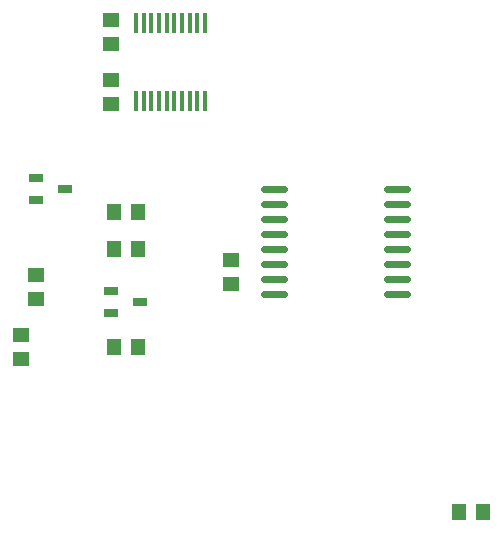
<source format=gtp>
G04 Layer: TopPasteMaskLayer*
G04 EasyEDA v6.3.22, 2020-01-23T08:33:16+01:00*
G04 c9beca13151b413282484c31864a17c3,a11fdbbf625d454fa155e63b1a2a2389,10*
G04 Gerber Generator version 0.2*
G04 Scale: 100 percent, Rotated: No, Reflected: No *
G04 Dimensions in inches *
G04 leading zeros omitted , absolute positions ,2 integer and 4 decimal *
%FSLAX24Y24*%
%MOIN*%
G90*
G70D02*

%ADD14C,0.023622*%
%ADD16R,0.045670X0.057087*%
%ADD17R,0.057087X0.045670*%
%ADD18R,0.049213X0.027559*%
%ADD19R,0.016000X0.071000*%

%LPD*%
G54D14*
G01X12539Y16000D02*
G01X11870Y16000D01*
G01X12539Y15500D02*
G01X11870Y15500D01*
G01X12539Y15000D02*
G01X11870Y15000D01*
G01X12539Y14500D02*
G01X11870Y14500D01*
G01X12539Y14000D02*
G01X11870Y14000D01*
G01X12539Y13500D02*
G01X11870Y13500D01*
G01X12539Y13000D02*
G01X11870Y13000D01*
G01X12539Y12500D02*
G01X11870Y12500D01*
G01X16629Y16000D02*
G01X15960Y16000D01*
G01X16629Y15500D02*
G01X15960Y15500D01*
G01X16629Y15000D02*
G01X15960Y15000D01*
G01X16629Y14500D02*
G01X15960Y14500D01*
G01X16629Y14000D02*
G01X15960Y14000D01*
G01X16629Y13500D02*
G01X15960Y13500D01*
G01X16629Y13000D02*
G01X15960Y13000D01*
G01X16629Y12500D02*
G01X15960Y12500D01*
G54D16*
G01X6850Y10750D03*
G01X7650Y10750D03*
G01X18350Y5250D03*
G01X19150Y5250D03*
G54D17*
G01X10750Y12850D03*
G01X10750Y13650D03*
G01X6750Y21650D03*
G01X6750Y20850D03*
G01X6750Y18850D03*
G01X6750Y19650D03*
G54D18*
G01X5242Y16000D03*
G01X4257Y15626D03*
G01X4257Y16373D03*
G54D19*
G01X9901Y21549D03*
G01X9645Y21549D03*
G01X9389Y21549D03*
G01X9133Y21549D03*
G01X8877Y21549D03*
G01X8622Y21549D03*
G01X8366Y21549D03*
G01X8110Y21549D03*
G01X7854Y21549D03*
G01X7598Y21549D03*
G01X7598Y18950D03*
G01X7854Y18950D03*
G01X8110Y18950D03*
G01X8366Y18950D03*
G01X8622Y18950D03*
G01X8877Y18950D03*
G01X9133Y18950D03*
G01X9389Y18950D03*
G01X9645Y18950D03*
G01X9901Y18950D03*
G54D16*
G01X7650Y14000D03*
G01X6850Y14000D03*
G01X7650Y15250D03*
G01X6850Y15250D03*
G54D17*
G01X3750Y10350D03*
G01X3750Y11150D03*
G01X4250Y12350D03*
G01X4250Y13150D03*
G54D18*
G01X7742Y12250D03*
G01X6757Y11876D03*
G01X6757Y12623D03*
M00*
M02*

</source>
